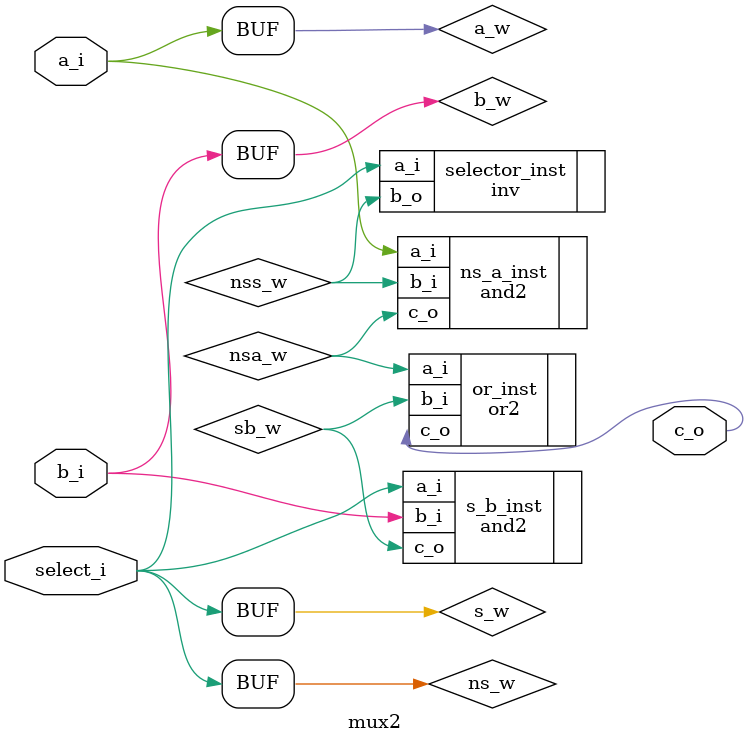
<source format=sv>
module mux2
  (input [0:0] a_i
  ,input [0:0] b_i
  ,input [0:0] select_i
  ,output [0:0] c_o);

   // Implement a Two-Input Multiplexer (mux2). For full credit you
   // must use the three following modules provided:
   // 
   // Two-Input And Gate:
   // 
   // module and2
   //   (input [0:0] a_i
   //   ,input [0:0] b_i
   //   ,output [0:0] c_o);
   //
   // 
   // Two-Input Or Gate:
   // 
   // module or2
   //   (input [0:0] a_i
   //   ,input [0:0] b_i
   //   ,output [0:0] c_o);
   //
   // Inverter:
   // 
   // module inv
   // (input [0:0] a_i
   // ,output [0:0] b_o);
   //
   // For more information see the the provided_modules directory.
   //
   // Using any behavioral verilog operators will yield zero points
   // for code correctness (but not affect your demonstration grade).
   // You may use assign, instantiate modules, and declare wires. 
   //
   // The Truth Table of the mux is as follows:
   // 
   // For simplicity, A = a_i, B = b_i, S = select_i, C = c_o
   //
   // A | B | S | C
   // 0 | 0 | 0 | 0
   // 0 | 0 | 1 | 0
   // 0 | 1 | 0 | 0
   // 0 | 1 | 1 | 1
   // 1 | 0 | 0 | 1
   // 1 | 0 | 1 | 0
   // 1 | 0 | 0 | 1
   // 1 | 1 | 1 | 1
   // 
   //schema: (!S && A)||(S && B)
   // Your code here:
   
   wire [0:0] ns_w;
   wire [0:0] nss_w;
   assign ns_w = select_i;
   inv selector_inst(
   .a_i(ns_w),
   .b_o(nss_w));
   //S inverter
   
   wire [0:0] a_w;
   wire [0:0] nsa_w;
   assign a_w = a_i;
   and2 ns_a_inst(
   .a_i(a_w),
   .b_i(nss_w),
   .c_o(nsa_w));
   //AND GATE for !S && A
   
   wire [0:0] s_w;
   wire [0:0] b_w;
   wire [0:0] sb_w;
   assign s_w = select_i;
   assign b_w = b_i;
   and2 s_b_inst(
   .a_i(s_w),
   .b_i(b_w),
   .c_o(sb_w));
   //AND GATE for S && B
   
   or2 or_inst(
   .a_i(nsa_w),
   .b_i(sb_w),
   .c_o(c_o));
   //OR GATE for the two AND GATES

endmodule

</source>
